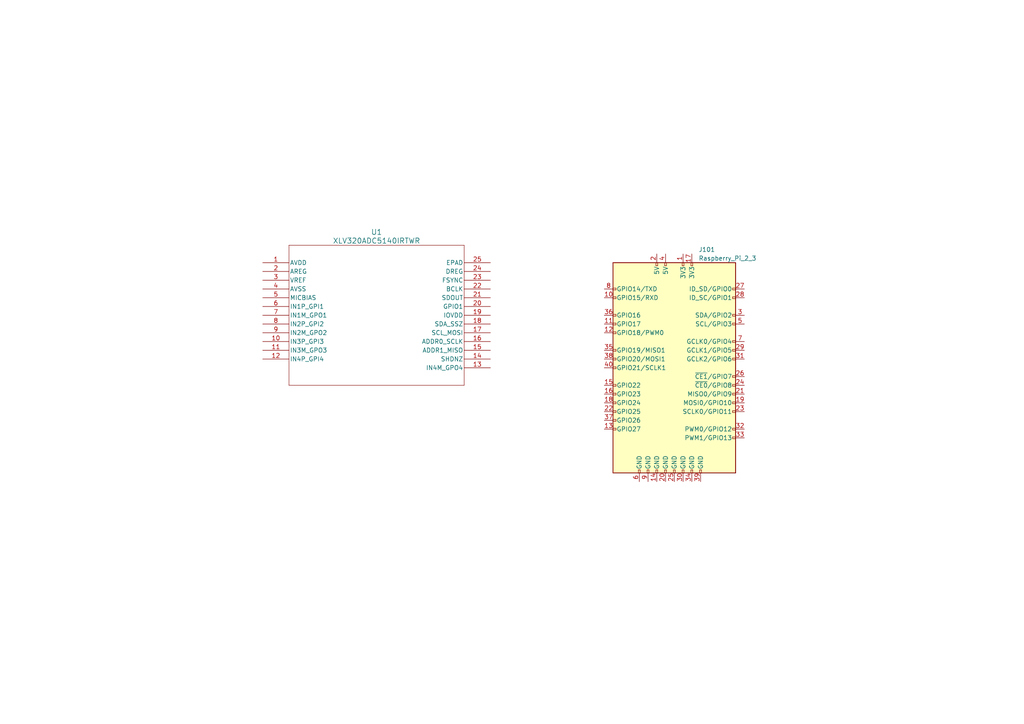
<source format=kicad_sch>
(kicad_sch (version 20230121) (generator eeschema)
  (paper "A4")
  (lib_symbols
    (symbol "Connector:Raspberry_Pi_2_3" (pin_names (offset 1.016))
      (property "Reference" "J" (at -17.78 31.75 0))
      (property "Value" "Raspberry_Pi_2_3" (at 10.16 -31.75 0))
      (symbol "Raspberry_Pi_2_3_0_1"
        (rectangle (start -17.78 30.48) (end 17.78 -30.48) (stroke (width 0.254)) (fill (type background)))
      )
      (symbol "Raspberry_Pi_2_3_1_1"
        (rectangle (start -16.891 -17.526) (end -17.78 -18.034))
        (rectangle (start -16.891 -14.986) (end -17.78 -15.494))
        (rectangle (start -16.891 -12.446) (end -17.78 -12.954))
        (rectangle (start -16.891 -9.906) (end -17.78 -10.414))
        (rectangle (start -16.891 -7.366) (end -17.78 -7.874))
        (rectangle (start -16.891 -4.826) (end -17.78 -5.334))
        (rectangle (start -16.891 0.254) (end -17.78 -0.254))
        (rectangle (start -16.891 2.794) (end -17.78 2.286))
        (rectangle (start -16.891 5.334) (end -17.78 4.826))
        (rectangle (start -16.891 10.414) (end -17.78 9.906))
        (rectangle (start -16.891 12.954) (end -17.78 12.446))
        (rectangle (start -16.891 15.494) (end -17.78 14.986))
        (rectangle (start -16.891 20.574) (end -17.78 20.066))
        (rectangle (start -16.891 23.114) (end -17.78 22.606))
        (rectangle (start -10.414 -29.591) (end -9.906 -30.48))
        (rectangle (start -7.874 -29.591) (end -7.366 -30.48))
        (rectangle (start -5.334 -29.591) (end -4.826 -30.48))
        (rectangle (start -5.334 30.48) (end -4.826 29.591))
        (rectangle (start -2.794 -29.591) (end -2.286 -30.48))
        (rectangle (start -2.794 30.48) (end -2.286 29.591))
        (rectangle (start -0.254 -29.591) (end 0.254 -30.48))
        (rectangle (start 2.286 -29.591) (end 2.794 -30.48))
        (rectangle (start 2.286 30.48) (end 2.794 29.591))
        (rectangle (start 4.826 -29.591) (end 5.334 -30.48))
        (rectangle (start 4.826 30.48) (end 5.334 29.591))
        (rectangle (start 7.366 -29.591) (end 7.874 -30.48))
        (rectangle (start 17.78 -20.066) (end 16.891 -20.574))
        (rectangle (start 17.78 -17.526) (end 16.891 -18.034))
        (rectangle (start 17.78 -12.446) (end 16.891 -12.954))
        (rectangle (start 17.78 -9.906) (end 16.891 -10.414))
        (rectangle (start 17.78 -7.366) (end 16.891 -7.874))
        (rectangle (start 17.78 -4.826) (end 16.891 -5.334))
        (rectangle (start 17.78 -2.286) (end 16.891 -2.794))
        (rectangle (start 17.78 2.794) (end 16.891 2.286))
        (rectangle (start 17.78 5.334) (end 16.891 4.826))
        (rectangle (start 17.78 7.874) (end 16.891 7.366))
        (rectangle (start 17.78 12.954) (end 16.891 12.446))
        (rectangle (start 17.78 15.494) (end 16.891 14.986))
        (rectangle (start 17.78 20.574) (end 16.891 20.066))
        (rectangle (start 17.78 23.114) (end 16.891 22.606))
        (pin power_in line (at 2.54 33.02 270) (length 2.54) (name "3V3") (number "1"))
        (pin bidirectional line (at -20.32 20.32 0) (length 2.54) (name "GPIO15/RXD") (number "10"))
        (pin bidirectional line (at -20.32 12.7 0) (length 2.54) (name "GPIO17") (number "11"))
        (pin bidirectional line (at -20.32 10.16 0) (length 2.54) (name "GPIO18/PWM0") (number "12"))
        (pin bidirectional line (at -20.32 -17.78 0) (length 2.54) (name "GPIO27") (number "13"))
        (pin power_in line (at -5.08 -33.02 90) (length 2.54) (name "GND") (number "14"))
        (pin bidirectional line (at -20.32 -5.08 0) (length 2.54) (name "GPIO22") (number "15"))
        (pin bidirectional line (at -20.32 -7.62 0) (length 2.54) (name "GPIO23") (number "16"))
        (pin power_in line (at 5.08 33.02 270) (length 2.54) (name "3V3") (number "17"))
        (pin bidirectional line (at -20.32 -10.16 0) (length 2.54) (name "GPIO24") (number "18"))
        (pin bidirectional line (at 20.32 -10.16 180) (length 2.54) (name "MOSI0/GPIO10") (number "19"))
        (pin power_in line (at -5.08 33.02 270) (length 2.54) (name "5V") (number "2"))
        (pin power_in line (at -2.54 -33.02 90) (length 2.54) (name "GND") (number "20"))
        (pin bidirectional line (at 20.32 -7.62 180) (length 2.54) (name "MISO0/GPIO9") (number "21"))
        (pin bidirectional line (at -20.32 -12.7 0) (length 2.54) (name "GPIO25") (number "22"))
        (pin bidirectional line (at 20.32 -12.7 180) (length 2.54) (name "SCLK0/GPIO11") (number "23"))
        (pin bidirectional line (at 20.32 -5.08 180) (length 2.54) (name "~{CE0}/GPIO8") (number "24"))
        (pin power_in line (at 0 -33.02 90) (length 2.54) (name "GND") (number "25"))
        (pin bidirectional line (at 20.32 -2.54 180) (length 2.54) (name "~{CE1}/GPIO7") (number "26"))
        (pin bidirectional line (at 20.32 22.86 180) (length 2.54) (name "ID_SD/GPIO0") (number "27"))
        (pin bidirectional line (at 20.32 20.32 180) (length 2.54) (name "ID_SC/GPIO1") (number "28"))
        (pin bidirectional line (at 20.32 5.08 180) (length 2.54) (name "GCLK1/GPIO5") (number "29"))
        (pin bidirectional line (at 20.32 15.24 180) (length 2.54) (name "SDA/GPIO2") (number "3"))
        (pin power_in line (at 2.54 -33.02 90) (length 2.54) (name "GND") (number "30"))
        (pin bidirectional line (at 20.32 2.54 180) (length 2.54) (name "GCLK2/GPIO6") (number "31"))
        (pin bidirectional line (at 20.32 -17.78 180) (length 2.54) (name "PWM0/GPIO12") (number "32"))
        (pin bidirectional line (at 20.32 -20.32 180) (length 2.54) (name "PWM1/GPIO13") (number "33"))
        (pin power_in line (at 5.08 -33.02 90) (length 2.54) (name "GND") (number "34"))
        (pin bidirectional line (at -20.32 5.08 0) (length 2.54) (name "GPIO19/MISO1") (number "35"))
        (pin bidirectional line (at -20.32 15.24 0) (length 2.54) (name "GPIO16") (number "36"))
        (pin bidirectional line (at -20.32 -15.24 0) (length 2.54) (name "GPIO26") (number "37"))
        (pin bidirectional line (at -20.32 2.54 0) (length 2.54) (name "GPIO20/MOSI1") (number "38"))
        (pin power_in line (at 7.62 -33.02 90) (length 2.54) (name "GND") (number "39"))
        (pin power_in line (at -2.54 33.02 270) (length 2.54) (name "5V") (number "4"))
        (pin bidirectional line (at -20.32 0 0) (length 2.54) (name "GPIO21/SCLK1") (number "40"))
        (pin bidirectional line (at 20.32 12.7 180) (length 2.54) (name "SCL/GPIO3") (number "5"))
        (pin power_in line (at -10.16 -33.02 90) (length 2.54) (name "GND") (number "6"))
        (pin bidirectional line (at 20.32 7.62 180) (length 2.54) (name "GCLK0/GPIO4") (number "7"))
        (pin bidirectional line (at -20.32 22.86 0) (length 2.54) (name "GPIO14/TXD") (number "8"))
        (pin power_in line (at -7.62 -33.02 90) (length 2.54) (name "GND") (number "9"))
      )
    )
    (symbol "TLV320ADC5140:XLV320ADC5140IRTWR" (pin_names (offset 0.254))
      (property "Reference" "U" (at 33.02 10.16 0))
      (property "Value" "XLV320ADC5140IRTWR" (at 33.02 7.62 0))
      (symbol "XLV320ADC5140IRTWR_0_1"
        (polyline (pts (xy 7.62 -35.56) (xy 58.42 -35.56)) (stroke (width 0.127)))
        (polyline (pts (xy 7.62 5.08) (xy 7.62 -35.56)) (stroke (width 0.127)))
        (polyline (pts (xy 58.42 -35.56) (xy 58.42 5.08)) (stroke (width 0.127)))
        (polyline (pts (xy 58.42 5.08) (xy 7.62 5.08)) (stroke (width 0.127)))
        (pin power_in line (at 0 0 0) (length 7.62) (name "AVDD") (number "1"))
        (pin input line (at 0 -22.86 0) (length 7.62) (name "IN3P_GPI3") (number "10"))
        (pin bidirectional line (at 0 -25.4 0) (length 7.62) (name "IN3M_GPO3") (number "11"))
        (pin input line (at 0 -27.94 0) (length 7.62) (name "IN4P_GPI4") (number "12"))
        (pin bidirectional line (at 66.04 -30.48 180) (length 7.62) (name "IN4M_GPO4") (number "13"))
        (pin input line (at 66.04 -27.94 180) (length 7.62) (name "SHDNZ") (number "14"))
        (pin bidirectional line (at 66.04 -25.4 180) (length 7.62) (name "ADDR1_MISO") (number "15"))
        (pin input line (at 66.04 -22.86 180) (length 7.62) (name "ADDR0_SCLK") (number "16"))
        (pin input line (at 66.04 -20.32 180) (length 7.62) (name "SCL_MOSI") (number "17"))
        (pin bidirectional line (at 66.04 -17.78 180) (length 7.62) (name "SDA_SSZ") (number "18"))
        (pin power_in line (at 66.04 -15.24 180) (length 7.62) (name "IOVDD") (number "19"))
        (pin power_in line (at 0 -2.54 0) (length 7.62) (name "AREG") (number "2"))
        (pin bidirectional line (at 66.04 -12.7 180) (length 7.62) (name "GPIO1") (number "20"))
        (pin output line (at 66.04 -10.16 180) (length 7.62) (name "SDOUT") (number "21"))
        (pin bidirectional line (at 66.04 -7.62 180) (length 7.62) (name "BCLK") (number "22"))
        (pin bidirectional line (at 66.04 -5.08 180) (length 7.62) (name "FSYNC") (number "23"))
        (pin output line (at 66.04 -2.54 180) (length 7.62) (name "DREG") (number "24"))
        (pin unspecified line (at 66.04 0 180) (length 7.62) (name "EPAD") (number "25"))
        (pin unspecified line (at 0 -5.08 0) (length 7.62) (name "VREF") (number "3"))
        (pin power_in line (at 0 -7.62 0) (length 7.62) (name "AVSS") (number "4"))
        (pin unspecified line (at 0 -10.16 0) (length 7.62) (name "MICBIAS") (number "5"))
        (pin input line (at 0 -12.7 0) (length 7.62) (name "IN1P_GPI1") (number "6"))
        (pin bidirectional line (at 0 -15.24 0) (length 7.62) (name "IN1M_GPO1") (number "7"))
        (pin input line (at 0 -17.78 0) (length 7.62) (name "IN2P_GPI2") (number "8"))
        (pin bidirectional line (at 0 -20.32 0) (length 7.62) (name "IN2M_GPO2") (number "9"))
      )
    )
  )
  (symbol (lib_id "TLV320ADC5140:XLV320ADC5140IRTWR") (at 76.2 76.2 0) (unit 1)
    (property "Reference" "U1" (at 109.22 67.31 0) (effects (font (size 1.524 1.524))))
    (property "Value" "XLV320ADC5140IRTWR" (at 109.22 69.85 0) (effects (font (size 1.524 1.524))))
    (property "Footprint" "RTW24_4P15X4P15_TEX" (effects hide))
    (property "Datasheet" "XLV320ADC5140IRTWR" (effects hide))
    (instances (project "hydrophone board" (path "" (reference "U1") (unit 1)) (path "" (reference "U301") (unit 1))))
  )
  (symbol (lib_id "Connector:Raspberry_Pi_2_3") (at 195.58 106.68 0) (unit 1)
    (property "Reference" "J101" (at 202.6159 72.39 0) (effects (justify left)))
    (property "Value" "Raspberry_Pi_2_3" (at 202.6159 74.93 0) (effects (justify left)))
    (property "Datasheet" "https://www.raspberrypi.org/documentation/hardware/raspberrypi/schematics/rpi_SCH_3bplus_1p0_reduced.pdf" (effects hide))
    (instances (project "hydrophone board" (path "" (reference "J101") (unit 1)) (path "" (reference "J301") (unit 1))))
  )
)
</source>
